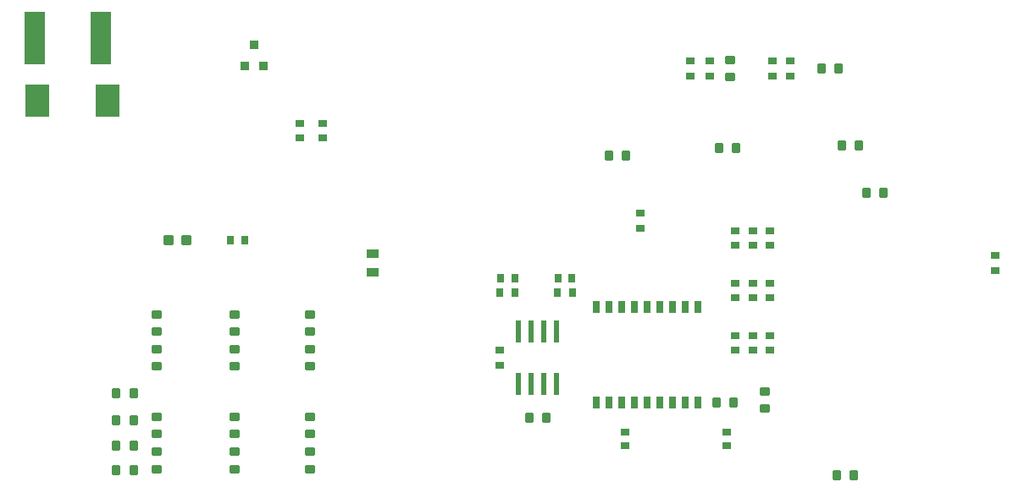
<source format=gtp>
G04 Layer_Color=8421504*
%FSLAX44Y44*%
%MOMM*%
G71*
G01*
G75*
G04:AMPARAMS|DCode=10|XSize=1mm|YSize=0.9mm|CornerRadius=0.1125mm|HoleSize=0mm|Usage=FLASHONLY|Rotation=90.000|XOffset=0mm|YOffset=0mm|HoleType=Round|Shape=RoundedRectangle|*
%AMROUNDEDRECTD10*
21,1,1.0000,0.6750,0,0,90.0*
21,1,0.7750,0.9000,0,0,90.0*
1,1,0.2250,0.3375,0.3875*
1,1,0.2250,0.3375,-0.3875*
1,1,0.2250,-0.3375,-0.3875*
1,1,0.2250,-0.3375,0.3875*
%
%ADD10ROUNDEDRECTD10*%
%ADD11R,0.7000X0.9000*%
%ADD12R,0.9000X0.7000*%
G04:AMPARAMS|DCode=13|XSize=1.016mm|YSize=1.016mm|CornerRadius=0.1524mm|HoleSize=0mm|Usage=FLASHONLY|Rotation=90.000|XOffset=0mm|YOffset=0mm|HoleType=Round|Shape=RoundedRectangle|*
%AMROUNDEDRECTD13*
21,1,1.0160,0.7112,0,0,90.0*
21,1,0.7112,1.0160,0,0,90.0*
1,1,0.3048,0.3556,0.3556*
1,1,0.3048,0.3556,-0.3556*
1,1,0.3048,-0.3556,-0.3556*
1,1,0.3048,-0.3556,0.3556*
%
%ADD13ROUNDEDRECTD13*%
%ADD14R,0.8000X0.9000*%
%ADD15R,1.2192X0.8128*%
G04:AMPARAMS|DCode=16|XSize=1mm|YSize=0.9mm|CornerRadius=0.1125mm|HoleSize=0mm|Usage=FLASHONLY|Rotation=0.000|XOffset=0mm|YOffset=0mm|HoleType=Round|Shape=RoundedRectangle|*
%AMROUNDEDRECTD16*
21,1,1.0000,0.6750,0,0,0.0*
21,1,0.7750,0.9000,0,0,0.0*
1,1,0.2250,0.3875,-0.3375*
1,1,0.2250,-0.3875,-0.3375*
1,1,0.2250,-0.3875,0.3375*
1,1,0.2250,0.3875,0.3375*
%
%ADD16ROUNDEDRECTD16*%
%ADD17R,0.9000X0.8000*%
%ADD18R,2.0000X5.3000*%
%ADD19R,0.6096X2.2098*%
%ADD20R,0.7620X1.1430*%
%ADD21R,2.4000X3.3000*%
%ADD22R,0.8128X0.9144*%
D10*
X878500Y332500D02*
D03*
X861500D02*
D03*
X836500Y380000D02*
D03*
X853500D02*
D03*
X833500Y457500D02*
D03*
X816500D02*
D03*
X128500Y105000D02*
D03*
X111500D02*
D03*
X128500Y132500D02*
D03*
X111500D02*
D03*
X128500Y55000D02*
D03*
X111500D02*
D03*
X128500Y80000D02*
D03*
X111500D02*
D03*
X621000Y370000D02*
D03*
X604000D02*
D03*
X714000Y377500D02*
D03*
X731000D02*
D03*
X848500Y50000D02*
D03*
X831500D02*
D03*
X711500Y122500D02*
D03*
X728500D02*
D03*
X541000Y107500D02*
D03*
X524000D02*
D03*
D11*
X225000Y285000D02*
D03*
X240000D02*
D03*
X567500Y232500D02*
D03*
X552500D02*
D03*
X495000D02*
D03*
X510000D02*
D03*
D12*
X295000Y402500D02*
D03*
Y387500D02*
D03*
X317500Y402500D02*
D03*
Y387500D02*
D03*
X635000Y297300D02*
D03*
Y312300D02*
D03*
X990000Y270000D02*
D03*
Y255000D02*
D03*
X765000Y295000D02*
D03*
Y280000D02*
D03*
X747500Y280000D02*
D03*
Y295000D02*
D03*
X765000Y242500D02*
D03*
Y227500D02*
D03*
X747500Y242500D02*
D03*
Y227500D02*
D03*
X765000Y175000D02*
D03*
Y190000D02*
D03*
X747500Y190000D02*
D03*
Y175000D02*
D03*
X785000Y465000D02*
D03*
Y450000D02*
D03*
X767500Y465000D02*
D03*
Y450000D02*
D03*
X494800Y160379D02*
D03*
Y175379D02*
D03*
X685000Y450000D02*
D03*
Y465000D02*
D03*
X705000D02*
D03*
Y450000D02*
D03*
D13*
X181270Y285000D02*
D03*
X163610D02*
D03*
D14*
X553000Y247500D02*
D03*
X567000D02*
D03*
X509500D02*
D03*
X495500D02*
D03*
D15*
X367500Y253356D02*
D03*
Y271500D02*
D03*
D16*
X152100Y193800D02*
D03*
Y210800D02*
D03*
X725000Y466000D02*
D03*
Y449000D02*
D03*
X760000Y133500D02*
D03*
Y116500D02*
D03*
X230000Y193800D02*
D03*
Y210800D02*
D03*
X305400Y193800D02*
D03*
Y210800D02*
D03*
X152100Y91300D02*
D03*
Y108300D02*
D03*
X230000Y91300D02*
D03*
Y108300D02*
D03*
X305400Y91300D02*
D03*
Y108300D02*
D03*
X305400Y56300D02*
D03*
Y73300D02*
D03*
X230000Y56300D02*
D03*
Y73300D02*
D03*
X152100Y56300D02*
D03*
Y73300D02*
D03*
X305400Y158800D02*
D03*
Y175800D02*
D03*
X230000Y158800D02*
D03*
Y175800D02*
D03*
X152100Y158800D02*
D03*
Y175800D02*
D03*
D17*
X730000Y294500D02*
D03*
Y280500D02*
D03*
Y242000D02*
D03*
Y228000D02*
D03*
X730000Y189500D02*
D03*
Y175500D02*
D03*
X619760Y79360D02*
D03*
Y93360D02*
D03*
X721360Y79360D02*
D03*
Y93360D02*
D03*
D18*
X29500Y487500D02*
D03*
X95500D02*
D03*
D19*
X513250Y194041D02*
D03*
X525950D02*
D03*
X538650D02*
D03*
X551350D02*
D03*
Y141717D02*
D03*
X538650D02*
D03*
X525950D02*
D03*
X513250D02*
D03*
D20*
X591500Y218385D02*
D03*
X604200D02*
D03*
X616900D02*
D03*
X629600D02*
D03*
X642300D02*
D03*
X655000D02*
D03*
X667700D02*
D03*
X680400D02*
D03*
X693100D02*
D03*
Y122500D02*
D03*
X680400D02*
D03*
X667700D02*
D03*
X655000D02*
D03*
X642300D02*
D03*
X629600D02*
D03*
X616900D02*
D03*
X604200D02*
D03*
X591500D02*
D03*
D21*
X32750Y425000D02*
D03*
X102250D02*
D03*
D22*
X248920Y481076D02*
D03*
X258572Y459900D02*
D03*
X239420D02*
D03*
M02*

</source>
